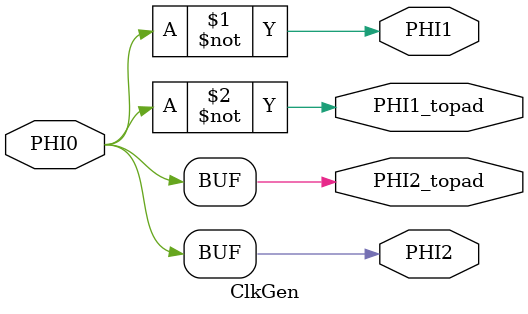
<source format=v>
module ClkGen(	// /tmp/tmp.m75rUZqje7/25563_breaks_HDL_Core6502_clock.cleaned.mlir:2:3
  input  PHI0,	// /tmp/tmp.m75rUZqje7/25563_breaks_HDL_Core6502_clock.cleaned.mlir:2:24
  output PHI1,	// /tmp/tmp.m75rUZqje7/25563_breaks_HDL_Core6502_clock.cleaned.mlir:2:40
         PHI2,	// /tmp/tmp.m75rUZqje7/25563_breaks_HDL_Core6502_clock.cleaned.mlir:2:55
         PHI1_topad,	// /tmp/tmp.m75rUZqje7/25563_breaks_HDL_Core6502_clock.cleaned.mlir:2:70
         PHI2_topad	// /tmp/tmp.m75rUZqje7/25563_breaks_HDL_Core6502_clock.cleaned.mlir:2:91
);

  assign PHI1 = ~PHI0;	// /tmp/tmp.m75rUZqje7/25563_breaks_HDL_Core6502_clock.cleaned.mlir:4:10, :17:5
  assign PHI2 = PHI0;	// /tmp/tmp.m75rUZqje7/25563_breaks_HDL_Core6502_clock.cleaned.mlir:17:5
  assign PHI1_topad = ~PHI0;	// /tmp/tmp.m75rUZqje7/25563_breaks_HDL_Core6502_clock.cleaned.mlir:4:10, :17:5
  assign PHI2_topad = PHI0;	// /tmp/tmp.m75rUZqje7/25563_breaks_HDL_Core6502_clock.cleaned.mlir:17:5
endmodule


</source>
